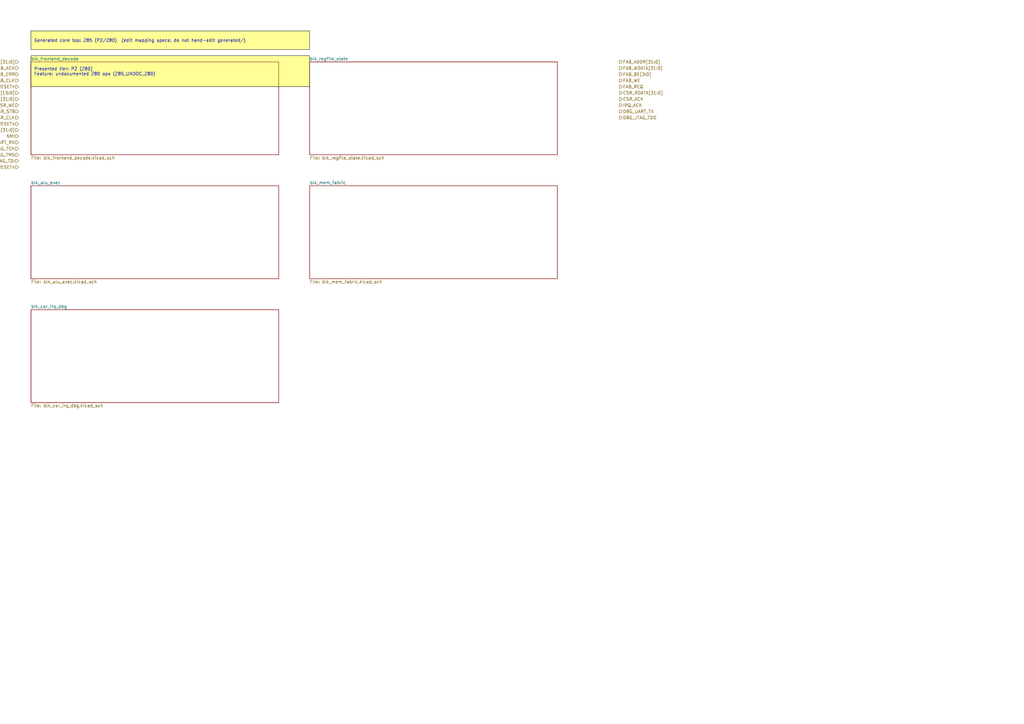
<source format=kicad_sch>
(kicad_sch
	(version 20250114)
	(generator "kicadgen")
	(generator_version "0.2")
	(uuid "fe436247-6d67-5f35-97b1-9e2ade8fd008")
	(paper "A3")
	(title_block
		(title "Z85 (P2/Z80) (generated)")
		(company "Project Carbon")
		(comment 1 "Generated - do not edit in generated/")
		(comment 2 "Edit in schem/kicad9/manual/ or refine mapping specs")
	)
	(lib_symbols)
	(text_box
		"Generated core top: Z85 (P2/Z80)  (edit mapping specs; do not hand-edit generated/)"
		(exclude_from_sim no)
		(at
			12.7
			12.7
			0
		)
		(size 114.3 7.62)
		(margins
			1.27
			1.27
			1.27
			1.27
		)
		(stroke
			(width 0)
			(type default)
			(color
				0
				0
				0
				1
			)
		)
		(fill
			(type color)
			(color
				255
				255
				150
				1
			)
		)
		(effects
			(font
				(size 1.27 1.27)
			)
			(justify left)
		)
		(uuid "ce04d279-2d50-539f-9c32-e3b3c3181a7e")
	)
	(text_box
		"Presented tier: P2 (Z80)\nFeature: undocumented Z80 ops (Z85_UNDOC_Z80)"
		(exclude_from_sim no)
		(at
			12.7
			22.86
			0
		)
		(size 114.3 12.7)
		(margins
			1.27
			1.27
			1.27
			1.27
		)
		(stroke
			(width 0)
			(type default)
			(color
				0
				0
				0
				1
			)
		)
		(fill
			(type color)
			(color
				255
				255
				150
				1
			)
		)
		(effects
			(font
				(size 1.27 1.27)
			)
			(justify left)
		)
		(uuid "8dbdd603-9964-5dcd-b7b9-d86e0c3e32ec")
	)
	(sheet
		(at 12.7 25.4)
		(size 101.6 38.1)
		(exclude_from_sim no)
		(in_bom yes)
		(on_board yes)
		(dnp no)
		(stroke
			(width 0)
			(type solid)
		)
		(fill
			(color
				0
				0
				0
				0
			)
		)
		(uuid "11c15fdc-ef3b-5e91-a4fd-90d8fc34b440")
		(property
			"Sheetname"
			"blk_frontend_decode"
			(at
				12.7
				24.13
				0
			)
			(effects
				(font
					(size 1.27 1.27)
				)
				(justify left)
			)
		)
		(property
			"Sheetfile"
			"blk_frontend_decode.kicad_sch"
			(at
				12.7
				64.77
				0
			)
			(effects
				(font
					(size 1.27 1.27)
				)
				(justify left)
			)
		)
		(instances
			(project
				"core_Z85"
				(path
					"/fe436247-6d67-5f35-97b1-9e2ade8fd008"
					(page "2")
				)
			)
		)
	)
	(sheet
		(at 127 25.4)
		(size 101.6 38.1)
		(exclude_from_sim no)
		(in_bom yes)
		(on_board yes)
		(dnp no)
		(stroke
			(width 0)
			(type solid)
		)
		(fill
			(color
				0
				0
				0
				0
			)
		)
		(uuid "940b782e-d5a1-531f-b8a4-4d08bba1bff3")
		(property
			"Sheetname"
			"blk_regfile_state"
			(at
				127
				24.13
				0
			)
			(effects
				(font
					(size 1.27 1.27)
				)
				(justify left)
			)
		)
		(property
			"Sheetfile"
			"blk_regfile_state.kicad_sch"
			(at
				127
				64.77
				0
			)
			(effects
				(font
					(size 1.27 1.27)
				)
				(justify left)
			)
		)
		(instances
			(project
				"core_Z85"
				(path
					"/fe436247-6d67-5f35-97b1-9e2ade8fd008"
					(page "3")
				)
			)
		)
	)
	(sheet
		(at 12.7 76.2)
		(size 101.6 38.1)
		(exclude_from_sim no)
		(in_bom yes)
		(on_board yes)
		(dnp no)
		(stroke
			(width 0)
			(type solid)
		)
		(fill
			(color
				0
				0
				0
				0
			)
		)
		(uuid "b2f2629e-2b10-5018-87b1-b21e13c838a7")
		(property
			"Sheetname"
			"blk_alu_exec"
			(at
				12.7
				74.93
				0
			)
			(effects
				(font
					(size 1.27 1.27)
				)
				(justify left)
			)
		)
		(property
			"Sheetfile"
			"blk_alu_exec.kicad_sch"
			(at
				12.7
				115.57
				0
			)
			(effects
				(font
					(size 1.27 1.27)
				)
				(justify left)
			)
		)
		(instances
			(project
				"core_Z85"
				(path
					"/fe436247-6d67-5f35-97b1-9e2ade8fd008"
					(page "4")
				)
			)
		)
	)
	(sheet
		(at 127 76.2)
		(size 101.6 38.1)
		(exclude_from_sim no)
		(in_bom yes)
		(on_board yes)
		(dnp no)
		(stroke
			(width 0)
			(type solid)
		)
		(fill
			(color
				0
				0
				0
				0
			)
		)
		(uuid "6e4aa698-a90f-5431-8745-d13b1d0eeda6")
		(property
			"Sheetname"
			"blk_mem_fabric"
			(at
				127
				74.93
				0
			)
			(effects
				(font
					(size 1.27 1.27)
				)
				(justify left)
			)
		)
		(property
			"Sheetfile"
			"blk_mem_fabric.kicad_sch"
			(at
				127
				115.57
				0
			)
			(effects
				(font
					(size 1.27 1.27)
				)
				(justify left)
			)
		)
		(instances
			(project
				"core_Z85"
				(path
					"/fe436247-6d67-5f35-97b1-9e2ade8fd008"
					(page "5")
				)
			)
		)
	)
	(sheet
		(at 12.7 127)
		(size 101.6 38.1)
		(exclude_from_sim no)
		(in_bom yes)
		(on_board yes)
		(dnp no)
		(stroke
			(width 0)
			(type solid)
		)
		(fill
			(color
				0
				0
				0
				0
			)
		)
		(uuid "c471a387-dd7c-59a0-8f09-cd459b31b2bc")
		(property
			"Sheetname"
			"blk_csr_irq_dbg"
			(at
				12.7
				125.73
				0
			)
			(effects
				(font
					(size 1.27 1.27)
				)
				(justify left)
			)
		)
		(property
			"Sheetfile"
			"blk_csr_irq_dbg.kicad_sch"
			(at
				12.7
				166.37
				0
			)
			(effects
				(font
					(size 1.27 1.27)
				)
				(justify left)
			)
		)
		(instances
			(project
				"core_Z85"
				(path
					"/fe436247-6d67-5f35-97b1-9e2ade8fd008"
					(page "6")
				)
			)
		)
	)
	(hierarchical_label
		"FAB_ADDR[31:0]"
		(shape output)
		(at
			254
			25.4
			0
		)
		(effects
			(font
				(size 1.27 1.27)
			)
			(justify left)
		)
		(uuid "b7a7bda3-0e24-5dda-861e-df1bbe7e594c")
	)
	(hierarchical_label
		"FAB_WDATA[31:0]"
		(shape output)
		(at
			254
			27.94
			0
		)
		(effects
			(font
				(size 1.27 1.27)
			)
			(justify left)
		)
		(uuid "35c1962f-5ada-5f71-a8ef-4f1b9c610928")
	)
	(hierarchical_label
		"FAB_RDATA[31:0]"
		(shape input)
		(at
			7.62
			25.4
			180
		)
		(effects
			(font
				(size 1.27 1.27)
			)
			(justify right)
		)
		(uuid "6eb3ba5d-8d50-5587-9d2b-dab6969fc062")
	)
	(hierarchical_label
		"FAB_BE[3:0]"
		(shape output)
		(at
			254
			30.48
			0
		)
		(effects
			(font
				(size 1.27 1.27)
			)
			(justify left)
		)
		(uuid "472d19eb-2e0f-52ee-ba3a-c58d2e35b620")
	)
	(hierarchical_label
		"FAB_WE"
		(shape output)
		(at
			254
			33.02
			0
		)
		(effects
			(font
				(size 1.27 1.27)
			)
			(justify left)
		)
		(uuid "c3d9c8f0-3543-5736-bdf8-ebfe692dc13b")
	)
	(hierarchical_label
		"FAB_REQ"
		(shape output)
		(at
			254
			35.56
			0
		)
		(effects
			(font
				(size 1.27 1.27)
			)
			(justify left)
		)
		(uuid "2eed4e43-4b76-5a84-bcc1-5b7c55d31fdc")
	)
	(hierarchical_label
		"FAB_ACK"
		(shape input)
		(at
			7.62
			27.94
			180
		)
		(effects
			(font
				(size 1.27 1.27)
			)
			(justify right)
		)
		(uuid "ffc244a0-fcb7-585b-b7e6-43253b3bc2fb")
	)
	(hierarchical_label
		"FAB_ERR"
		(shape input)
		(at
			7.62
			30.48
			180
		)
		(effects
			(font
				(size 1.27 1.27)
			)
			(justify right)
		)
		(uuid "0106b68e-169e-5984-a7a0-027cdd9e5bca")
	)
	(hierarchical_label
		"FAB_CLK"
		(shape input)
		(at
			7.62
			33.02
			180
		)
		(effects
			(font
				(size 1.27 1.27)
			)
			(justify right)
		)
		(uuid "94314506-8cb7-5791-be13-5127d68d0cf8")
	)
	(hierarchical_label
		"FAB_RESETn"
		(shape input)
		(at
			7.62
			35.56
			180
		)
		(effects
			(font
				(size 1.27 1.27)
			)
			(justify right)
		)
		(uuid "8bc1508c-5393-5a36-8faf-2082df26ce58")
	)
	(hierarchical_label
		"CSR_ADDR[15:0]"
		(shape input)
		(at
			7.62
			38.1
			180
		)
		(effects
			(font
				(size 1.27 1.27)
			)
			(justify right)
		)
		(uuid "843e6b7a-bf7a-5552-b853-14ce523fa26b")
	)
	(hierarchical_label
		"CSR_WDATA[31:0]"
		(shape input)
		(at
			7.62
			40.64
			180
		)
		(effects
			(font
				(size 1.27 1.27)
			)
			(justify right)
		)
		(uuid "8abac238-551c-5b7a-bc6f-cf86bc05fc6e")
	)
	(hierarchical_label
		"CSR_RDATA[31:0]"
		(shape output)
		(at
			254
			38.1
			0
		)
		(effects
			(font
				(size 1.27 1.27)
			)
			(justify left)
		)
		(uuid "247e2f21-945c-5192-9215-da79b69279c3")
	)
	(hierarchical_label
		"CSR_WE"
		(shape input)
		(at
			7.62
			43.18
			180
		)
		(effects
			(font
				(size 1.27 1.27)
			)
			(justify right)
		)
		(uuid "e58dc504-ac28-5cc2-b939-a017a27ad4fd")
	)
	(hierarchical_label
		"CSR_STB"
		(shape input)
		(at
			7.62
			45.72
			180
		)
		(effects
			(font
				(size 1.27 1.27)
			)
			(justify right)
		)
		(uuid "a8448df9-101c-5553-b61d-beab1c4a6309")
	)
	(hierarchical_label
		"CSR_ACK"
		(shape output)
		(at
			254
			40.64
			0
		)
		(effects
			(font
				(size 1.27 1.27)
			)
			(justify left)
		)
		(uuid "192905c5-b98c-57a5-83c2-ae39ab4614e5")
	)
	(hierarchical_label
		"CSR_CLK"
		(shape input)
		(at
			7.62
			48.26
			180
		)
		(effects
			(font
				(size 1.27 1.27)
			)
			(justify right)
		)
		(uuid "2aea0800-01ed-5d28-ac65-7fc1ef30ec22")
	)
	(hierarchical_label
		"CSR_RESETn"
		(shape input)
		(at
			7.62
			50.8
			180
		)
		(effects
			(font
				(size 1.27 1.27)
			)
			(justify right)
		)
		(uuid "166b2c34-8676-5f0a-9bb2-e2756cdc7302")
	)
	(hierarchical_label
		"IRQ[31:0]"
		(shape input)
		(at
			7.62
			53.34
			180
		)
		(effects
			(font
				(size 1.27 1.27)
			)
			(justify right)
		)
		(uuid "a1dae985-b3d7-53c0-a1f9-a39317d2bd71")
	)
	(hierarchical_label
		"NMI"
		(shape input)
		(at
			7.62
			55.88
			180
		)
		(effects
			(font
				(size 1.27 1.27)
			)
			(justify right)
		)
		(uuid "0569c893-841c-5345-856c-1e7278191a73")
	)
	(hierarchical_label
		"IRQ_ACK"
		(shape output)
		(at
			254
			43.18
			0
		)
		(effects
			(font
				(size 1.27 1.27)
			)
			(justify left)
		)
		(uuid "ec53c813-a407-5044-aa55-eadadf0d9691")
	)
	(hierarchical_label
		"DBG_UART_TX"
		(shape output)
		(at
			254
			45.72
			0
		)
		(effects
			(font
				(size 1.27 1.27)
			)
			(justify left)
		)
		(uuid "1e925497-3c63-5d7c-a2e5-dbac2c984878")
	)
	(hierarchical_label
		"DBG_UART_RX"
		(shape input)
		(at
			7.62
			58.42
			180
		)
		(effects
			(font
				(size 1.27 1.27)
			)
			(justify right)
		)
		(uuid "278cee7b-2dc5-539c-8e02-ce55f7723e61")
	)
	(hierarchical_label
		"DBG_JTAG_TCK"
		(shape input)
		(at
			7.62
			60.96
			180
		)
		(effects
			(font
				(size 1.27 1.27)
			)
			(justify right)
		)
		(uuid "1414d4fc-e941-55be-ab52-307b59574ba0")
	)
	(hierarchical_label
		"DBG_JTAG_TMS"
		(shape input)
		(at
			7.62
			63.5
			180
		)
		(effects
			(font
				(size 1.27 1.27)
			)
			(justify right)
		)
		(uuid "fb1db33a-cc51-59b0-b849-ddb26357fdc0")
	)
	(hierarchical_label
		"DBG_JTAG_TDI"
		(shape input)
		(at
			7.62
			66.04
			180
		)
		(effects
			(font
				(size 1.27 1.27)
			)
			(justify right)
		)
		(uuid "1de163a7-10ab-5f37-a360-bbe786eacdff")
	)
	(hierarchical_label
		"DBG_JTAG_TDO"
		(shape output)
		(at
			254
			48.26
			0
		)
		(effects
			(font
				(size 1.27 1.27)
			)
			(justify left)
		)
		(uuid "c15d7bdb-15a8-50c7-ac32-5977ea50fc45")
	)
	(hierarchical_label
		"DBG_RESETn"
		(shape input)
		(at
			7.62
			68.58
			180
		)
		(effects
			(font
				(size 1.27 1.27)
			)
			(justify right)
		)
		(uuid "35e369d3-5a59-550d-ab7e-34f6cc6c6c9d")
	)
	(sheet_instances
		(path
			"/"
			(page "1")
		)
	)
	(embedded_fonts no)
)

</source>
